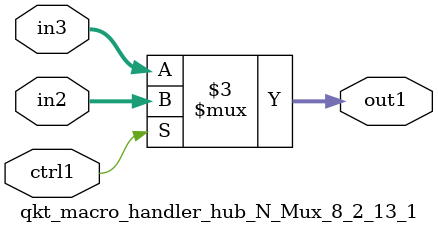
<source format=v>

`timescale 1ps / 1ps


module qkt_macro_handler_hub_N_Mux_8_2_13_1( in3, in2, ctrl1, out1 );

    input [7:0] in3;
    input [7:0] in2;
    input ctrl1;
    output [7:0] out1;
    reg [7:0] out1;

    
    // rtl_process:qkt_macro_handler_hub_N_Mux_8_2_13_1/qkt_macro_handler_hub_N_Mux_8_2_13_1_thread_1
    always @*
      begin : qkt_macro_handler_hub_N_Mux_8_2_13_1_thread_1
        case (ctrl1) 
          1'b1: 
            begin
              out1 = in2;
            end
          default: 
            begin
              out1 = in3;
            end
        endcase
      end

endmodule



</source>
